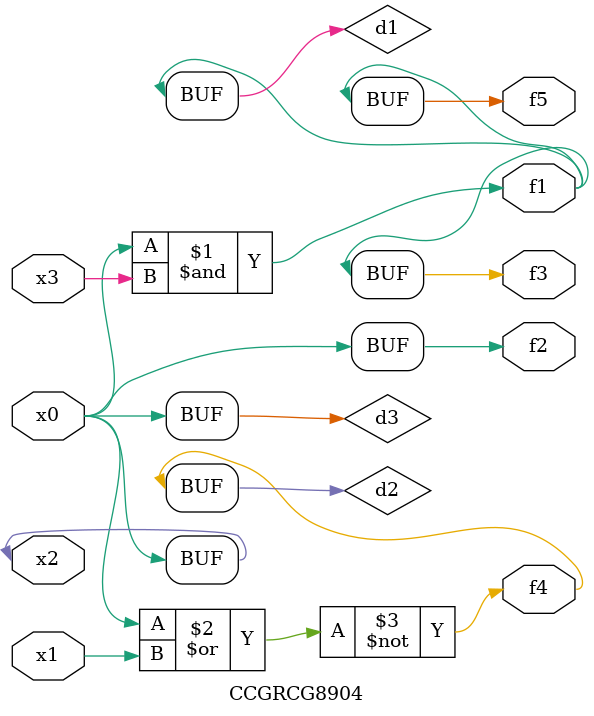
<source format=v>
module CCGRCG8904(
	input x0, x1, x2, x3,
	output f1, f2, f3, f4, f5
);

	wire d1, d2, d3;

	and (d1, x2, x3);
	nor (d2, x0, x1);
	buf (d3, x0, x2);
	assign f1 = d1;
	assign f2 = d3;
	assign f3 = d1;
	assign f4 = d2;
	assign f5 = d1;
endmodule

</source>
